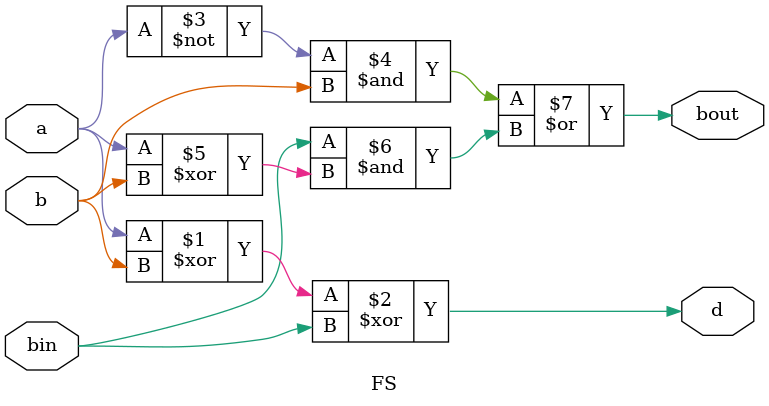
<source format=v>
`timescale 1ns/1ps
module FS(a,b,bin,d,bout);
input a,b,bin;
output d,bout;
assign d=a^b^bin;
assign bout=(~a&b)|(bin&(a^b));
endmodule

</source>
